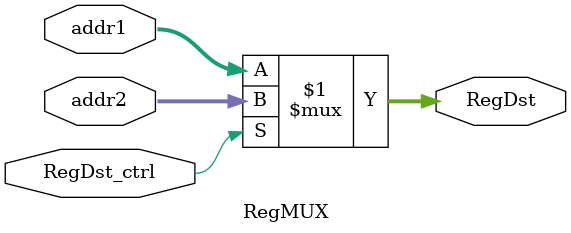
<source format=v>
module RegMUX(
    // Outputs
    output [4:0] RegDst,
    // Inputs
    input [4:0] addr1,
    input [4:0] addr2,
    input RegDst_ctrl
);

    assign RegDst = (RegDst_ctrl) ? addr2 : addr1;

endmodule

</source>
